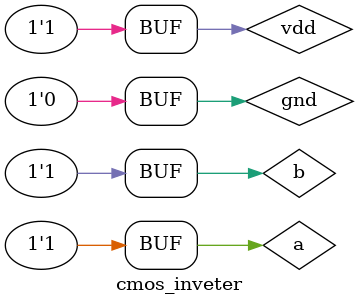
<source format=v>
`timescale 1ns / 1ps


module cmos_inveter();
reg a,b;
wire out;
supply0 gnd;
supply1 vdd;
pmos pmos_1(out,vdd,a);
nmos nmos_1(out,gnd,b);
initial begin
a=0;b=0;#10;
a=1;b=1;#10;
end
endmodule

</source>
